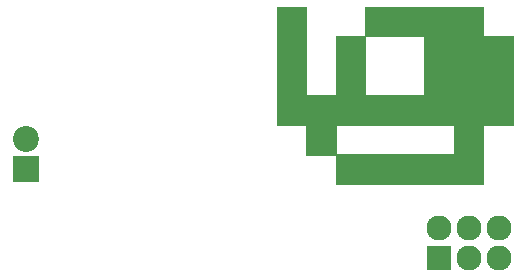
<source format=gbr>
G04 #@! TF.GenerationSoftware,KiCad,Pcbnew,5.1.2*
G04 #@! TF.CreationDate,2019-07-07T07:42:55-07:00*
G04 #@! TF.ProjectId,MegaMan_SAO,4d656761-4d61-46e5-9f53-414f2e6b6963,rev?*
G04 #@! TF.SameCoordinates,Original*
G04 #@! TF.FileFunction,Soldermask,Top*
G04 #@! TF.FilePolarity,Negative*
%FSLAX46Y46*%
G04 Gerber Fmt 4.6, Leading zero omitted, Abs format (unit mm)*
G04 Created by KiCad (PCBNEW 5.1.2) date 2019-07-07 07:42:55*
%MOMM*%
%LPD*%
G04 APERTURE LIST*
%ADD10C,0.010000*%
%ADD11C,2.127200*%
%ADD12O,2.127200X2.127200*%
%ADD13R,2.127200X2.127200*%
%ADD14R,2.200000X2.200000*%
%ADD15C,2.200000*%
G04 APERTURE END LIST*
D10*
G36*
X91279333Y-92507000D02*
G01*
X93777000Y-92507000D01*
X93777000Y-87511666D01*
X96274666Y-87511666D01*
X96274666Y-92507000D01*
X101270000Y-92507000D01*
X101270000Y-87511666D01*
X96274666Y-87511666D01*
X96274666Y-85014000D01*
X106265333Y-85014000D01*
X106265333Y-87511666D01*
X108763000Y-87511666D01*
X108763000Y-95047000D01*
X106265333Y-95047000D01*
X106265333Y-100042333D01*
X93777000Y-100042333D01*
X93777000Y-97544666D01*
X91279333Y-97544666D01*
X91279333Y-95047000D01*
X93777000Y-95047000D01*
X93777000Y-97502333D01*
X103767666Y-97502333D01*
X103767666Y-95047000D01*
X93777000Y-95047000D01*
X91279333Y-95047000D01*
X88781666Y-95047000D01*
X88781666Y-85014000D01*
X91279333Y-85014000D01*
X91279333Y-92507000D01*
X91279333Y-92507000D01*
G37*
X91279333Y-92507000D02*
X93777000Y-92507000D01*
X93777000Y-87511666D01*
X96274666Y-87511666D01*
X96274666Y-92507000D01*
X101270000Y-92507000D01*
X101270000Y-87511666D01*
X96274666Y-87511666D01*
X96274666Y-85014000D01*
X106265333Y-85014000D01*
X106265333Y-87511666D01*
X108763000Y-87511666D01*
X108763000Y-95047000D01*
X106265333Y-95047000D01*
X106265333Y-100042333D01*
X93777000Y-100042333D01*
X93777000Y-97544666D01*
X91279333Y-97544666D01*
X91279333Y-95047000D01*
X93777000Y-95047000D01*
X93777000Y-97502333D01*
X103767666Y-97502333D01*
X103767666Y-95047000D01*
X93777000Y-95047000D01*
X91279333Y-95047000D01*
X88781666Y-95047000D01*
X88781666Y-85014000D01*
X91279333Y-85014000D01*
X91279333Y-92507000D01*
D11*
X107600000Y-103750000D03*
X107600000Y-106290000D03*
D12*
X105060000Y-103750000D03*
X105060000Y-106290000D03*
X102520000Y-103750000D03*
D13*
X102520000Y-106290000D03*
D14*
X67500000Y-98750000D03*
D15*
X67500000Y-96210000D03*
M02*

</source>
